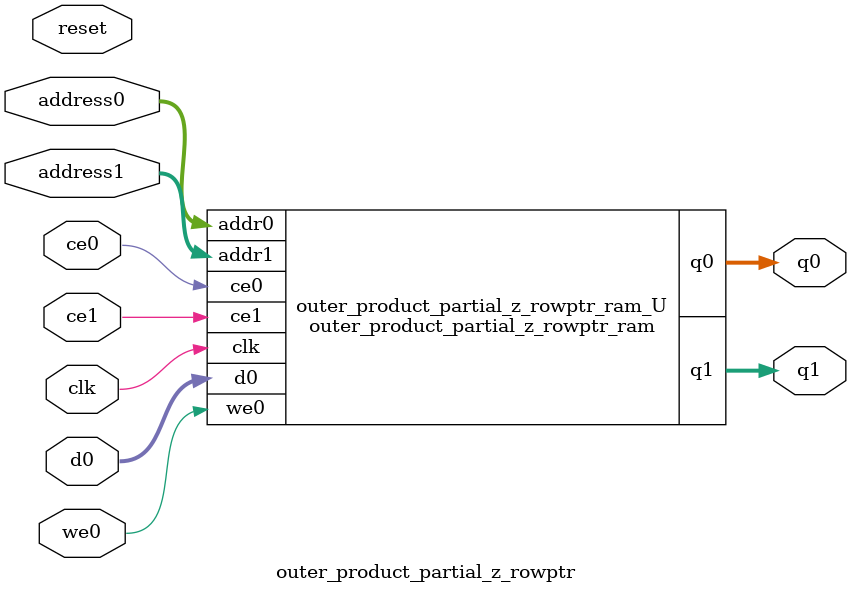
<source format=v>
`timescale 1 ns / 1 ps
module outer_product_partial_z_rowptr_ram (addr0, ce0, d0, we0, q0, addr1, ce1, q1,  clk);

parameter DWIDTH = 32;
parameter AWIDTH = 3;
parameter MEM_SIZE = 5;

input[AWIDTH-1:0] addr0;
input ce0;
input[DWIDTH-1:0] d0;
input we0;
output reg[DWIDTH-1:0] q0;
input[AWIDTH-1:0] addr1;
input ce1;
output reg[DWIDTH-1:0] q1;
input clk;

reg [DWIDTH-1:0] ram[0:MEM_SIZE-1];




always @(posedge clk)  
begin 
    if (ce0) begin
        if (we0) 
            ram[addr0] <= d0; 
        q0 <= ram[addr0];
    end
end


always @(posedge clk)  
begin 
    if (ce1) begin
        q1 <= ram[addr1];
    end
end


endmodule

`timescale 1 ns / 1 ps
module outer_product_partial_z_rowptr(
    reset,
    clk,
    address0,
    ce0,
    we0,
    d0,
    q0,
    address1,
    ce1,
    q1);

parameter DataWidth = 32'd32;
parameter AddressRange = 32'd5;
parameter AddressWidth = 32'd3;
input reset;
input clk;
input[AddressWidth - 1:0] address0;
input ce0;
input we0;
input[DataWidth - 1:0] d0;
output[DataWidth - 1:0] q0;
input[AddressWidth - 1:0] address1;
input ce1;
output[DataWidth - 1:0] q1;



outer_product_partial_z_rowptr_ram outer_product_partial_z_rowptr_ram_U(
    .clk( clk ),
    .addr0( address0 ),
    .ce0( ce0 ),
    .we0( we0 ),
    .d0( d0 ),
    .q0( q0 ),
    .addr1( address1 ),
    .ce1( ce1 ),
    .q1( q1 ));

endmodule


</source>
